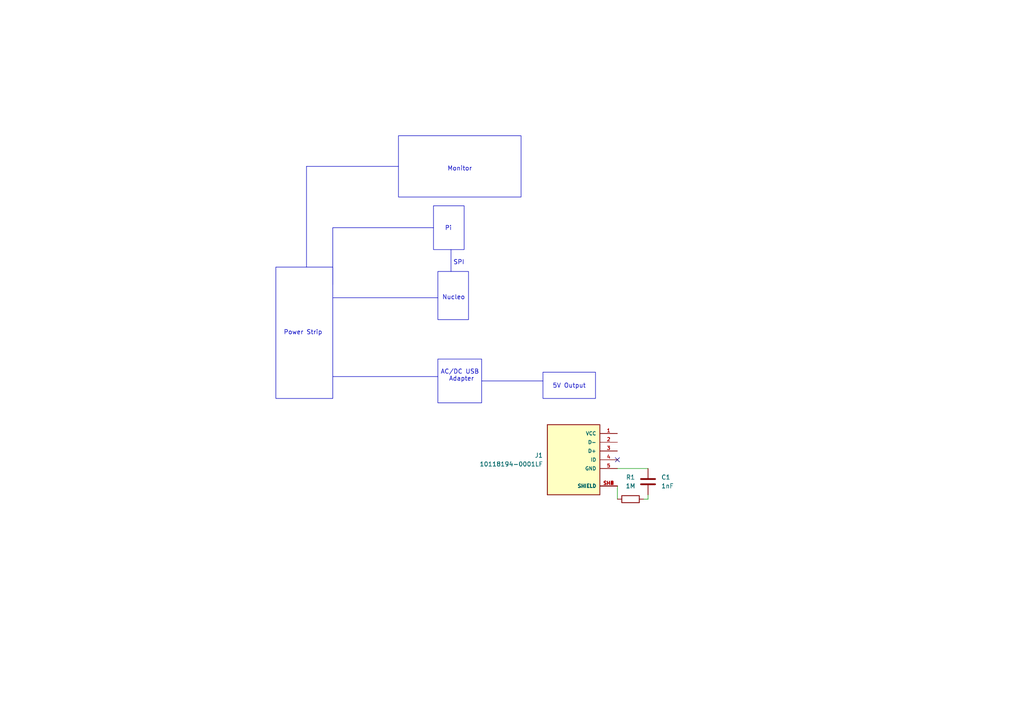
<source format=kicad_sch>
(kicad_sch (version 20231120) (generator "eeschema") (generator_version "8.0")
  (paper "A4")
  (lib_symbols
    (symbol "Device:C" (pin_numbers hide) (pin_names (offset 0.254))
      (property "Reference" "C" (at 0.635 2.54 0))
      (property "Value" "C" (at 0.635 -2.54 0))
      (symbol "C_0_1"
        (polyline (pts (xy -2.032 -0.762) (xy 2.032 -0.762)) (stroke (width 0.508)))
        (polyline (pts (xy -2.032 0.762) (xy 2.032 0.762)) (stroke (width 0.508)))
      )
      (symbol "C_1_1"
        (pin passive line (at 0 3.81 270) (length 2.794) (name "~") (number "1"))
        (pin passive line (at 0 -3.81 90) (length 2.794) (name "~") (number "2"))
      )
    )
    (symbol "Device:R" (pin_numbers hide) (pin_names (offset 0))
      (property "Reference" "R" (at 2.032 0 90))
      (property "Value" "R" (at 0 0 90))
      (symbol "R_0_1"
        (rectangle (start -1.016 -2.54) (end 1.016 2.54) (stroke (width 0.254)))
      )
      (symbol "R_1_1"
        (pin passive line (at 0 3.81 270) (length 1.27) (name "~") (number "1"))
        (pin passive line (at 0 -3.81 90) (length 1.27) (name "~") (number "2"))
      )
    )
    (symbol "mini_usb:10118194-0001LF" (pin_names (offset 1.016))
      (property "Reference" "J" (at -7.62 10.922 0))
      (property "Value" "10118194-0001LF" (at -7.62 -12.7 0))
      (symbol "10118194-0001LF_0_0"
        (rectangle (start -7.62 -10.16) (end 7.62 10.16) (stroke (width 0.254)) (fill (type background)))
        (pin power_in line (at -12.7 7.62 0) (length 5.08) (name "VCC") (number "1"))
        (pin bidirectional line (at -12.7 5.08 0) (length 5.08) (name "D-") (number "2"))
        (pin bidirectional line (at -12.7 2.54 0) (length 5.08) (name "D+") (number "3"))
        (pin bidirectional line (at -12.7 0 0) (length 5.08) (name "ID") (number "4"))
        (pin power_in line (at -12.7 -2.54 0) (length 5.08) (name "GND") (number "5"))
        (pin passive line (at -12.7 -7.62 0) (length 5.08) (name "SHIELD") (number "SH1"))
        (pin passive line (at -12.7 -7.62 0) (length 5.08) (name "SHIELD") (number "SH2"))
        (pin passive line (at -12.7 -7.62 0) (length 5.08) (name "SHIELD") (number "SH3"))
        (pin passive line (at -12.7 -7.62 0) (length 5.08) (name "SHIELD") (number "SH4"))
        (pin passive line (at -12.7 -7.62 0) (length 5.08) (name "SHIELD") (number "SH5"))
        (pin passive line (at -12.7 -7.62 0) (length 5.08) (name "SHIELD") (number "SH6"))
      )
    )
  )
  (no_connect (at 179.07 133.35))
  (polyline (pts (xy 96.52 66.04) (xy 125.73 66.04)))
  (polyline (pts (xy 96.52 82.55) (xy 96.52 66.04)))
  (polyline (pts (xy 96.52 86.36) (xy 127 86.36)))
  (polyline (pts (xy 130.81 72.39) (xy 130.81 78.74)))
  (polyline (pts (xy 115.57 48.26) (xy 88.9 48.26)))
  (wire (pts (xy 179.07 140.97) (xy 179.07 144.78)))
  (wire (pts (xy 179.07 135.89) (xy 187.96 135.89)))
  (wire (pts (xy 187.96 143.51) (xy 187.96 144.78)))
  (polyline (pts (xy 88.9 48.26) (xy 88.9 77.47)))
  (wire (pts (xy 186.69 144.78) (xy 187.96 144.78)))
  (polyline (pts (xy 139.7 110.49) (xy 157.48 110.49)))
  (polyline (pts (xy 96.52 109.22) (xy 127 109.22)))
  (rectangle (start 127 104.14) (end 139.7 116.84))
  (rectangle (start 115.57 39.37) (end 151.13 57.15))
  (rectangle (start 157.48 107.95) (end 172.72 115.57))
  (rectangle (start 80.01 77.47) (end 96.52 115.57))
  (rectangle (start 125.73 59.69) (end 134.62 72.39))
  (rectangle (start 127 78.74) (end 135.89 92.71))
  (text "Pi" (at 130.048 66.294 0) (effects (font (size 1.27 1.27))))
  (text "Power Strip" (at 87.884 96.52 0) (effects (font (size 1.27 1.27))))
  (text "Nucleo" (at 131.572 86.36 0) (effects (font (size 1.27 1.27))))
  (text "SPI" (at 133.096 76.2 0) (effects (font (size 1.27 1.27))))
  (text "5V Output" (at 165.1 112.014 0) (effects (font (size 1.27 1.27))))
  (text "AC/DC USB \nAdapter" (at 133.858 108.966 0) (effects (font (size 1.27 1.27))))
  (text "Monitor" (at 133.35 49.022 0) (effects (font (size 1.27 1.27))))
  (symbol (lib_id "Device:C") (at 187.96 139.7 0) (unit 1)
    (property "Reference" "C1" (at 191.77 138.4299 0) (effects (justify left)))
    (property "Value" "1nF" (at 191.77 140.9699 0) (effects (justify left)))
    (property "Description" "Unpolarized capacitor" (effects (hide yes)))
  )
  (symbol (lib_id "mini_usb:10118194-0001LF") (at 166.37 133.35 0) (mirror y) (unit 1)
    (property "Reference" "J1" (at 157.48 132.0799 0) (effects (justify left)))
    (property "Value" "10118194-0001LF" (at 157.48 134.6199 0) (effects (justify left)))
    (property "Footprint" "my_footprints:AMPHENOL_10118194-0001LF" (effects (hide yes)))
    (property "MF" "Amphenol ICC (FCI)" (effects (hide yes)))
    (property "MAXIMUM_PACKAGE_HEIGHT" "2.66mm" (effects (hide yes)))
    (property "Package" "None" (effects (hide yes)))
    (property "Price" "None" (effects (hide yes)))
    (property "Check_prices" "https://www.snapeda.com/parts/10118194-0001LF/Amphenol+FCI/view-part/?ref=eda" (effects (hide yes)))
    (property "STANDARD" "Manufacturer Recommendations" (effects (hide yes)))
    (property "PARTREV" "D" (effects (hide yes)))
    (property "SnapEDA_Link" "https://www.snapeda.com/parts/10118194-0001LF/Amphenol+FCI/view-part/?ref=snap" (effects (hide yes)))
    (property "MP" "10118194-0001LF" (effects (hide yes)))
    (property "Description_1" "\n                        \n                            Micro USB, Input Output Connectors, B TYPE RECEPTACLE with flange\n                        \n" (effects (hide yes)))
    (property "Availability" "In Stock" (effects (hide yes)))
    (property "MANUFACTURER" "Amphenol" (effects (hide yes)))
  )
  (symbol (lib_id "Device:R") (at 182.88 144.78 270) (unit 1)
    (property "Reference" "R1" (at 182.88 138.43 90))
    (property "Value" "1M" (at 182.88 140.97 90))
    (property "Description" "Resistor" (effects (hide yes)))
  )
)
</source>
